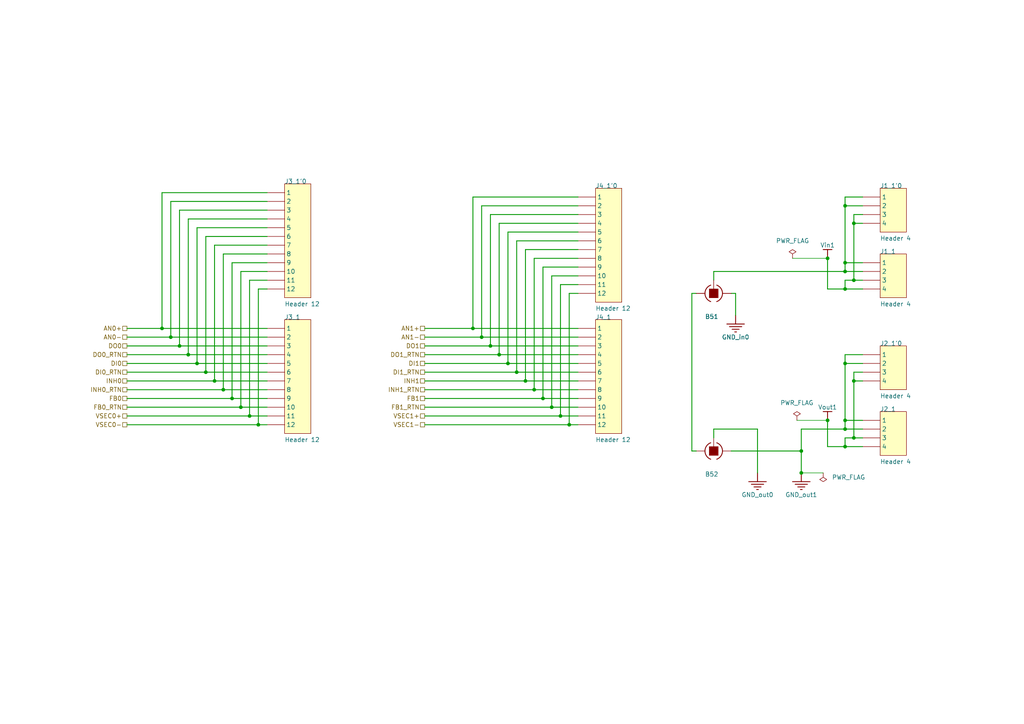
<source format=kicad_sch>
(kicad_sch (version 20211123) (generator eeschema)
  (paper "A4")
  (title_block (title "CAT-Modular Breadboard Breakout Board") (date "16.12.2021") (rev "0.1") (company "DLR e.V. Robert-Hooke Str. 7 28359 Bremen") (comment 1 "C. Strowik"))
  (lib_symbols
    (symbol "02_CAT-BB-LCL-altium-import:0_0603_TripleSolderBridge"
      (property "Value" "0_0603_TripleSolderBridge" (at 0 0 0))
      (symbol "0_0603_TripleSolderBridge_1_0"
        (arc (start -0.8687 2.3868) (mid -2.54 0) (end -0.8687 -2.3868) (stroke (width 0.254)))
        (arc (start 0.8687 -2.3868) (mid 2.54 0) (end 0.8687 2.3868) (stroke (width 0.254)))
        (rectangle (start 1.27 1.27) (end -1.27 -1.27) (fill (type outline)))
        (pin passive line (at 0 3.81 270) (length 2.54) (name "1") (number "1"))
        (pin passive line (at 5.08 0 180) (length 2.54) (name "2") (number "2"))
        (pin passive line (at -5.08 0 0) (length 2.54) (name "3") (number "3"))
      )
    )
    (symbol "02_CAT-BB-LCL-altium-import:0_Header 12"
      (property "Value" "0_Header 12" (at 0 0 0))
      (symbol "0_Header 12_1_0"
        (rectangle (start 7.62 0) (end 0 -33.02) (fill (type background)))
        (pin passive line (at -5.08 -2.54 0) (length 5.08) (name "1") (number "1"))
        (pin passive line (at -5.08 -25.4 0) (length 5.08) (name "10") (number "10"))
        (pin passive line (at -5.08 -27.94 0) (length 5.08) (name "11") (number "11"))
        (pin passive line (at -5.08 -30.48 0) (length 5.08) (name "12") (number "12"))
        (pin passive line (at -5.08 -5.08 0) (length 5.08) (name "2") (number "2"))
        (pin passive line (at -5.08 -7.62 0) (length 5.08) (name "3") (number "3"))
        (pin passive line (at -5.08 -10.16 0) (length 5.08) (name "4") (number "4"))
        (pin passive line (at -5.08 -12.7 0) (length 5.08) (name "5") (number "5"))
        (pin passive line (at -5.08 -15.24 0) (length 5.08) (name "6") (number "6"))
        (pin passive line (at -5.08 -17.78 0) (length 5.08) (name "7") (number "7"))
        (pin passive line (at -5.08 -20.32 0) (length 5.08) (name "8") (number "8"))
        (pin passive line (at -5.08 -22.86 0) (length 5.08) (name "9") (number "9"))
      )
    )
    (symbol "02_CAT-BB-LCL-altium-import:0_Header 4"
      (property "Value" "0_Header 4" (at 0 0 0))
      (symbol "0_Header 4_1_0"
        (rectangle (start 7.62 0) (end 0 -12.7) (fill (type background)))
        (pin passive line (at -5.08 -2.54 0) (length 5.08) (name "1") (number "1"))
        (pin passive line (at -5.08 -5.08 0) (length 5.08) (name "2") (number "2"))
        (pin passive line (at -5.08 -7.62 0) (length 5.08) (name "3") (number "3"))
        (pin passive line (at -5.08 -10.16 0) (length 5.08) (name "4") (number "4"))
      )
    )
    (symbol "02_CAT-BB-LCL-altium-import:GND_in0" (power)
      (property "Reference" "#PWR" (at 0 0 0))
      (property "Value" "GND_in0" (at 0 6.35 0))
      (symbol "GND_in0_0_0"
        (polyline (pts (xy -2.54 -2.54) (xy 2.54 -2.54)) (stroke (width 0.254)))
        (polyline (pts (xy -1.778 -3.302) (xy 1.778 -3.302)) (stroke (width 0.254)))
        (polyline (pts (xy -1.016 -4.064) (xy 1.016 -4.064)) (stroke (width 0.254)))
        (polyline (pts (xy -0.254 -4.826) (xy 0.254 -4.826)) (stroke (width 0.254)))
        (polyline (pts (xy 0 0) (xy 0 -2.54)) (stroke (width 0.254)))
        (pin power_in line (at 0 0 0) (length 0) hide (name "GND_in0") (number ""))
      )
    )
    (symbol "02_CAT-BB-LCL-altium-import:GND_out0" (power)
      (property "Reference" "#PWR" (at 0 0 0))
      (property "Value" "GND_out0" (at 0 6.35 0))
      (symbol "GND_out0_0_0"
        (polyline (pts (xy -2.54 -2.54) (xy 2.54 -2.54)) (stroke (width 0.254)))
        (polyline (pts (xy -1.778 -3.302) (xy 1.778 -3.302)) (stroke (width 0.254)))
        (polyline (pts (xy -1.016 -4.064) (xy 1.016 -4.064)) (stroke (width 0.254)))
        (polyline (pts (xy -0.254 -4.826) (xy 0.254 -4.826)) (stroke (width 0.254)))
        (polyline (pts (xy 0 0) (xy 0 -2.54)) (stroke (width 0.254)))
        (pin power_in line (at 0 0 0) (length 0) hide (name "GND_out0") (number ""))
      )
    )
    (symbol "02_CAT-BB-LCL-altium-import:GND_out1" (power)
      (property "Reference" "#PWR" (at 0 0 0))
      (property "Value" "GND_out1" (at 0 6.35 0))
      (symbol "GND_out1_0_0"
        (polyline (pts (xy -2.54 -2.54) (xy 2.54 -2.54)) (stroke (width 0.254)))
        (polyline (pts (xy -1.778 -3.302) (xy 1.778 -3.302)) (stroke (width 0.254)))
        (polyline (pts (xy -1.016 -4.064) (xy 1.016 -4.064)) (stroke (width 0.254)))
        (polyline (pts (xy -0.254 -4.826) (xy 0.254 -4.826)) (stroke (width 0.254)))
        (polyline (pts (xy 0 0) (xy 0 -2.54)) (stroke (width 0.254)))
        (pin power_in line (at 0 0 0) (length 0) hide (name "GND_out1") (number ""))
      )
    )
    (symbol "02_CAT-BB-LCL-altium-import:Vin1" (power)
      (property "Reference" "#PWR" (at 0 0 0))
      (property "Value" "Vin1" (at 0 3.81 0))
      (symbol "Vin1_0_0"
        (polyline (pts (xy -1.27 -2.54) (xy 1.27 -2.54)) (stroke (width 0.254)))
        (polyline (pts (xy 0 0) (xy 0 -2.54)) (stroke (width 0.254)))
        (pin power_in line (at 0 0 0) (length 0) hide (name "Vin1") (number ""))
      )
    )
    (symbol "02_CAT-BB-LCL-altium-import:Vout1" (power)
      (property "Reference" "#PWR" (at 0 0 0))
      (property "Value" "Vout1" (at 0 3.81 0))
      (symbol "Vout1_0_0"
        (polyline (pts (xy -1.27 -2.54) (xy 1.27 -2.54)) (stroke (width 0.254)))
        (polyline (pts (xy 0 0) (xy 0 -2.54)) (stroke (width 0.254)))
        (pin power_in line (at 0 0 0) (length 0) hide (name "Vout1") (number ""))
      )
    )
    (symbol "power:PWR_FLAG" (power) (pin_numbers hide) (pin_names (offset 0) hide)
      (property "Value" "PWR_FLAG" (at 0 3.81 0))
      (symbol "PWR_FLAG_0_0"
        (pin power_out line (at 0 0 90) (length 0) (name "pwr") (number "1"))
      )
      (symbol "PWR_FLAG_0_1"
        (polyline (pts (xy 0 0) (xy 0 1.27) (xy -1.016 1.905) (xy 0 2.54) (xy 1.016 1.905) (xy 0 1.27)))
      )
    )
  )
  (junction (at 57.15 105.41))
  (junction (at 247.65 127))
  (junction (at 149.86 107.95))
  (junction (at 59.69 107.95))
  (junction (at 62.23 110.49))
  (junction (at 139.7 97.79))
  (junction (at 165.1 123.19))
  (junction (at 52.07 100.33))
  (junction (at 157.48 115.57))
  (junction (at 245.11 124.46))
  (junction (at 247.65 110.49))
  (junction (at 142.24 100.33))
  (junction (at 160.02 118.11))
  (junction (at 247.65 64.77))
  (junction (at 46.99 95.25))
  (junction (at 232.41 137.16))
  (junction (at 152.4 110.49))
  (junction (at 162.56 120.65))
  (junction (at 232.41 130.81))
  (junction (at 247.65 81.28))
  (junction (at 74.93 123.19))
  (junction (at 49.53 97.79))
  (junction (at 54.61 102.87))
  (junction (at 72.39 120.65))
  (junction (at 245.11 129.54))
  (junction (at 137.16 95.25))
  (junction (at 245.11 59.69))
  (junction (at 69.85 118.11))
  (junction (at 245.11 76.2))
  (junction (at 64.77 113.03))
  (junction (at 240.03 74.93))
  (junction (at 240.03 121.92))
  (junction (at 67.31 115.57))
  (junction (at 245.11 121.92))
  (junction (at 154.94 113.03))
  (junction (at 147.32 105.41))
  (junction (at 245.11 105.41))
  (junction (at 245.11 83.82))
  (junction (at 144.78 102.87))
  (junction (at 245.11 78.74))
  (wire (pts (xy 57.15 66.04) (xy 57.15 105.41)) (stroke (width 0.254)))
  (wire (pts (xy 46.99 55.88) (xy 46.99 95.25)) (stroke (width 0.254)))
  (wire (pts (xy 52.07 100.33) (xy 36.83 100.33)) (stroke (width 0.254)))
  (wire (pts (xy 69.85 118.11) (xy 36.83 118.11)) (stroke (width 0.254)))
  (wire (pts (xy 67.31 115.57) (xy 36.83 115.57)) (stroke (width 0.254)))
  (wire (pts (xy 142.24 62.23) (xy 142.24 100.33)) (stroke (width 0.254)))
  (wire (pts (xy 167.64 107.95) (xy 149.86 107.95)) (stroke (width 0.254)))
  (wire (pts (xy 72.39 81.28) (xy 72.39 120.65)) (stroke (width 0.254)))
  (wire (pts (xy 247.65 64.77) (xy 247.65 81.28)) (stroke (width 0.254)))
  (wire (pts (xy 144.78 102.87) (xy 123.19 102.87)) (stroke (width 0.254)))
  (wire (pts (xy 245.11 105.41) (xy 245.11 121.92)) (stroke (width 0.254)))
  (wire (pts (xy 245.11 121.92) (xy 245.11 124.46)) (stroke (width 0.254)))
  (wire (pts (xy 157.48 115.57) (xy 123.19 115.57)) (stroke (width 0.254)))
  (wire (pts (xy 139.7 59.69) (xy 139.7 97.79)) (stroke (width 0.254)))
  (wire (pts (xy 207.01 81.28) (xy 207.01 78.74)) (stroke (width 0.254)))
  (wire (pts (xy 62.23 110.49) (xy 36.83 110.49)) (stroke (width 0.254)))
  (wire (pts (xy 77.47 123.19) (xy 74.93 123.19)) (stroke (width 0.254)))
  (wire (pts (xy 49.53 58.42) (xy 49.53 97.79)) (stroke (width 0.254)))
  (wire (pts (xy 167.64 100.33) (xy 142.24 100.33)) (stroke (width 0.254)))
  (wire (pts (xy 49.53 97.79) (xy 36.83 97.79)) (stroke (width 0.254)))
  (wire (pts (xy 46.99 95.25) (xy 36.83 95.25)) (stroke (width 0.254)))
  (wire (pts (xy 77.47 68.58) (xy 59.69 68.58)) (stroke (width 0.254)))
  (wire (pts (xy 147.32 67.31) (xy 147.32 105.41)) (stroke (width 0.254)))
  (wire (pts (xy 167.64 113.03) (xy 154.94 113.03)) (stroke (width 0.254)))
  (wire (pts (xy 250.19 102.87) (xy 245.11 102.87)) (stroke (width 0.254)))
  (wire (pts (xy 165.1 123.19) (xy 123.19 123.19)) (stroke (width 0.254)))
  (wire (pts (xy 250.19 81.28) (xy 247.65 81.28)) (stroke (width 0.254)))
  (wire (pts (xy 232.41 137.16) (xy 238.76 137.16)))
  (wire (pts (xy 250.19 62.23) (xy 247.65 62.23)) (stroke (width 0.254)))
  (wire (pts (xy 245.11 102.87) (xy 245.11 105.41)) (stroke (width 0.254)))
  (wire (pts (xy 77.47 58.42) (xy 49.53 58.42)) (stroke (width 0.254)))
  (wire (pts (xy 64.77 113.03) (xy 36.83 113.03)) (stroke (width 0.254)))
  (wire (pts (xy 77.47 78.74) (xy 69.85 78.74)) (stroke (width 0.254)))
  (wire (pts (xy 137.16 95.25) (xy 123.19 95.25)) (stroke (width 0.254)))
  (wire (pts (xy 232.41 137.16) (xy 232.41 130.81)) (stroke (width 0.254)))
  (wire (pts (xy 149.86 107.95) (xy 123.19 107.95)) (stroke (width 0.254)))
  (wire (pts (xy 77.47 83.82) (xy 74.93 83.82)) (stroke (width 0.254)))
  (wire (pts (xy 77.47 110.49) (xy 62.23 110.49)) (stroke (width 0.254)))
  (wire (pts (xy 154.94 113.03) (xy 123.19 113.03)) (stroke (width 0.254)))
  (wire (pts (xy 77.47 63.5) (xy 54.61 63.5)) (stroke (width 0.254)))
  (wire (pts (xy 77.47 66.04) (xy 57.15 66.04)) (stroke (width 0.254)))
  (wire (pts (xy 250.19 105.41) (xy 245.11 105.41)) (stroke (width 0.254)))
  (wire (pts (xy 54.61 63.5) (xy 54.61 102.87)) (stroke (width 0.254)))
  (wire (pts (xy 137.16 57.15) (xy 137.16 95.25)) (stroke (width 0.254)))
  (wire (pts (xy 167.64 77.47) (xy 157.48 77.47)) (stroke (width 0.254)))
  (wire (pts (xy 77.47 102.87) (xy 54.61 102.87)) (stroke (width 0.254)))
  (wire (pts (xy 250.19 64.77) (xy 247.65 64.77)) (stroke (width 0.254)))
  (wire (pts (xy 59.69 107.95) (xy 36.83 107.95)) (stroke (width 0.254)))
  (wire (pts (xy 240.03 83.82) (xy 240.03 74.93)) (stroke (width 0.254)))
  (wire (pts (xy 247.65 81.28) (xy 245.11 81.28)) (stroke (width 0.254)))
  (wire (pts (xy 147.32 105.41) (xy 123.19 105.41)) (stroke (width 0.254)))
  (wire (pts (xy 74.93 83.82) (xy 74.93 123.19)) (stroke (width 0.254)))
  (wire (pts (xy 167.64 64.77) (xy 144.78 64.77)) (stroke (width 0.254)))
  (wire (pts (xy 167.64 62.23) (xy 142.24 62.23)) (stroke (width 0.254)))
  (wire (pts (xy 167.64 110.49) (xy 152.4 110.49)) (stroke (width 0.254)))
  (wire (pts (xy 77.47 81.28) (xy 72.39 81.28)) (stroke (width 0.254)))
  (wire (pts (xy 247.65 107.95) (xy 247.65 110.49)) (stroke (width 0.254)))
  (wire (pts (xy 167.64 74.93) (xy 154.94 74.93)) (stroke (width 0.254)))
  (wire (pts (xy 167.64 85.09) (xy 165.1 85.09)) (stroke (width 0.254)))
  (wire (pts (xy 247.65 110.49) (xy 247.65 127)) (stroke (width 0.254)))
  (wire (pts (xy 245.11 78.74) (xy 250.19 78.74)) (stroke (width 0.254)))
  (wire (pts (xy 250.19 124.46) (xy 245.11 124.46)) (stroke (width 0.254)))
  (wire (pts (xy 200.66 130.81) (xy 201.93 130.81)) (stroke (width 0.254)))
  (wire (pts (xy 207.01 127) (xy 207.01 124.46)) (stroke (width 0.254)))
  (wire (pts (xy 167.64 67.31) (xy 147.32 67.31)) (stroke (width 0.254)))
  (wire (pts (xy 200.66 85.09) (xy 200.66 130.81)) (stroke (width 0.254)))
  (wire (pts (xy 250.19 57.15) (xy 245.11 57.15)) (stroke (width 0.254)))
  (wire (pts (xy 240.03 129.54) (xy 240.03 121.92)) (stroke (width 0.254)))
  (wire (pts (xy 77.47 118.11) (xy 69.85 118.11)) (stroke (width 0.254)))
  (wire (pts (xy 144.78 64.77) (xy 144.78 102.87)) (stroke (width 0.254)))
  (wire (pts (xy 74.93 123.19) (xy 36.83 123.19)) (stroke (width 0.254)))
  (wire (pts (xy 167.64 95.25) (xy 137.16 95.25)) (stroke (width 0.254)))
  (wire (pts (xy 212.09 85.09) (xy 213.36 85.09)) (stroke (width 0.254)))
  (wire (pts (xy 72.39 120.65) (xy 36.83 120.65)) (stroke (width 0.254)))
  (wire (pts (xy 250.19 107.95) (xy 247.65 107.95)) (stroke (width 0.254)))
  (wire (pts (xy 167.64 69.85) (xy 149.86 69.85)) (stroke (width 0.254)))
  (wire (pts (xy 77.47 55.88) (xy 46.99 55.88)) (stroke (width 0.254)))
  (wire (pts (xy 77.47 107.95) (xy 59.69 107.95)) (stroke (width 0.254)))
  (wire (pts (xy 154.94 74.93) (xy 154.94 113.03)) (stroke (width 0.254)))
  (wire (pts (xy 67.31 76.2) (xy 67.31 115.57)) (stroke (width 0.254)))
  (wire (pts (xy 52.07 60.96) (xy 52.07 100.33)) (stroke (width 0.254)))
  (wire (pts (xy 245.11 59.69) (xy 245.11 76.2)) (stroke (width 0.254)))
  (wire (pts (xy 250.19 76.2) (xy 245.11 76.2)) (stroke (width 0.254)))
  (wire (pts (xy 207.01 78.74) (xy 245.11 78.74)) (stroke (width 0.254)))
  (wire (pts (xy 245.11 124.46) (xy 232.41 124.46)) (stroke (width 0.254)))
  (wire (pts (xy 250.19 127) (xy 247.65 127)) (stroke (width 0.254)))
  (wire (pts (xy 77.47 76.2) (xy 67.31 76.2)) (stroke (width 0.254)))
  (wire (pts (xy 149.86 69.85) (xy 149.86 107.95)) (stroke (width 0.254)))
  (wire (pts (xy 219.71 124.46) (xy 219.71 137.16)) (stroke (width 0.254)))
  (wire (pts (xy 77.47 60.96) (xy 52.07 60.96)) (stroke (width 0.254)))
  (wire (pts (xy 250.19 110.49) (xy 247.65 110.49)) (stroke (width 0.254)))
  (wire (pts (xy 250.19 59.69) (xy 245.11 59.69)) (stroke (width 0.254)))
  (wire (pts (xy 167.64 118.11) (xy 160.02 118.11)) (stroke (width 0.254)))
  (wire (pts (xy 245.11 129.54) (xy 240.03 129.54)) (stroke (width 0.254)))
  (wire (pts (xy 247.65 127) (xy 245.11 127)) (stroke (width 0.254)))
  (wire (pts (xy 207.01 124.46) (xy 219.71 124.46)) (stroke (width 0.254)))
  (wire (pts (xy 152.4 72.39) (xy 152.4 110.49)) (stroke (width 0.254)))
  (wire (pts (xy 167.64 57.15) (xy 137.16 57.15)) (stroke (width 0.254)))
  (wire (pts (xy 167.64 123.19) (xy 165.1 123.19)) (stroke (width 0.254)))
  (wire (pts (xy 162.56 82.55) (xy 162.56 120.65)) (stroke (width 0.254)))
  (wire (pts (xy 247.65 62.23) (xy 247.65 64.77)) (stroke (width 0.254)))
  (wire (pts (xy 77.47 105.41) (xy 57.15 105.41)) (stroke (width 0.254)))
  (wire (pts (xy 160.02 80.01) (xy 160.02 118.11)) (stroke (width 0.254)))
  (wire (pts (xy 232.41 124.46) (xy 232.41 130.81)) (stroke (width 0.254)))
  (wire (pts (xy 167.64 82.55) (xy 162.56 82.55)) (stroke (width 0.254)))
  (wire (pts (xy 167.64 120.65) (xy 162.56 120.65)) (stroke (width 0.254)))
  (wire (pts (xy 245.11 76.2) (xy 245.11 78.74)) (stroke (width 0.254)))
  (wire (pts (xy 77.47 95.25) (xy 46.99 95.25)) (stroke (width 0.254)))
  (wire (pts (xy 77.47 113.03) (xy 64.77 113.03)) (stroke (width 0.254)))
  (wire (pts (xy 77.47 71.12) (xy 62.23 71.12)) (stroke (width 0.254)))
  (wire (pts (xy 232.41 130.81) (xy 212.09 130.81)) (stroke (width 0.254)))
  (wire (pts (xy 77.47 100.33) (xy 52.07 100.33)) (stroke (width 0.254)))
  (wire (pts (xy 229.87 74.93) (xy 240.03 74.93)))
  (wire (pts (xy 167.64 80.01) (xy 160.02 80.01)) (stroke (width 0.254)))
  (wire (pts (xy 62.23 71.12) (xy 62.23 110.49)) (stroke (width 0.254)))
  (wire (pts (xy 57.15 105.41) (xy 36.83 105.41)) (stroke (width 0.254)))
  (wire (pts (xy 167.64 102.87) (xy 144.78 102.87)) (stroke (width 0.254)))
  (wire (pts (xy 162.56 120.65) (xy 123.19 120.65)) (stroke (width 0.254)))
  (wire (pts (xy 167.64 97.79) (xy 139.7 97.79)) (stroke (width 0.254)))
  (wire (pts (xy 69.85 78.74) (xy 69.85 118.11)) (stroke (width 0.254)))
  (wire (pts (xy 245.11 83.82) (xy 240.03 83.82)) (stroke (width 0.254)))
  (wire (pts (xy 231.14 121.92) (xy 240.03 121.92)))
  (wire (pts (xy 250.19 121.92) (xy 245.11 121.92)) (stroke (width 0.254)))
  (wire (pts (xy 152.4 110.49) (xy 123.19 110.49)) (stroke (width 0.254)))
  (wire (pts (xy 77.47 120.65) (xy 72.39 120.65)) (stroke (width 0.254)))
  (wire (pts (xy 167.64 59.69) (xy 139.7 59.69)) (stroke (width 0.254)))
  (wire (pts (xy 245.11 127) (xy 245.11 129.54)) (stroke (width 0.254)))
  (wire (pts (xy 77.47 73.66) (xy 64.77 73.66)) (stroke (width 0.254)))
  (wire (pts (xy 142.24 100.33) (xy 123.19 100.33)) (stroke (width 0.254)))
  (wire (pts (xy 77.47 115.57) (xy 67.31 115.57)) (stroke (width 0.254)))
  (wire (pts (xy 245.11 81.28) (xy 245.11 83.82)) (stroke (width 0.254)))
  (wire (pts (xy 157.48 77.47) (xy 157.48 115.57)) (stroke (width 0.254)))
  (wire (pts (xy 250.19 129.54) (xy 245.11 129.54)) (stroke (width 0.254)))
  (wire (pts (xy 213.36 85.09) (xy 213.36 91.44)) (stroke (width 0.254)))
  (wire (pts (xy 54.61 102.87) (xy 36.83 102.87)) (stroke (width 0.254)))
  (wire (pts (xy 250.19 83.82) (xy 245.11 83.82)) (stroke (width 0.254)))
  (wire (pts (xy 64.77 73.66) (xy 64.77 113.03)) (stroke (width 0.254)))
  (wire (pts (xy 245.11 57.15) (xy 245.11 59.69)) (stroke (width 0.254)))
  (wire (pts (xy 167.64 115.57) (xy 157.48 115.57)) (stroke (width 0.254)))
  (wire (pts (xy 139.7 97.79) (xy 123.19 97.79)) (stroke (width 0.254)))
  (wire (pts (xy 201.93 85.09) (xy 200.66 85.09)) (stroke (width 0.254)))
  (wire (pts (xy 167.64 105.41) (xy 147.32 105.41)) (stroke (width 0.254)))
  (wire (pts (xy 167.64 72.39) (xy 152.4 72.39)) (stroke (width 0.254)))
  (wire (pts (xy 59.69 68.58) (xy 59.69 107.95)) (stroke (width 0.254)))
  (wire (pts (xy 165.1 85.09) (xy 165.1 123.19)) (stroke (width 0.254)))
  (wire (pts (xy 160.02 118.11) (xy 123.19 118.11)) (stroke (width 0.254)))
  (wire (pts (xy 77.47 97.79) (xy 49.53 97.79)) (stroke (width 0.254)))
  (hierarchical_label "FB1_RTN" (shape passive) (at 123.19 118.11 180))
  (hierarchical_label "VSEC1-" (shape passive) (at 123.19 123.19 180))
  (hierarchical_label "VSEC1+" (shape passive) (at 123.19 120.65 180))
  (hierarchical_label "VSEC0+" (shape passive) (at 36.83 120.65 180))
  (hierarchical_label "AN1-" (shape passive) (at 123.19 97.79 180))
  (hierarchical_label "DO1" (shape passive) (at 123.19 100.33 180))
  (hierarchical_label "AN0+" (shape passive) (at 36.83 95.25 180))
  (hierarchical_label "INH1" (shape passive) (at 123.19 110.49 180))
  (hierarchical_label "DI0_RTN" (shape passive) (at 36.83 107.95 180))
  (hierarchical_label "DO0" (shape passive) (at 36.83 100.33 180))
  (hierarchical_label "FB1" (shape passive) (at 123.19 115.57 180))
  (hierarchical_label "FB0_RTN" (shape passive) (at 36.83 118.11 180))
  (hierarchical_label "INH1_RTN" (shape passive) (at 123.19 113.03 180))
  (hierarchical_label "DO0_RTN" (shape passive) (at 36.83 102.87 180))
  (hierarchical_label "INH0" (shape passive) (at 36.83 110.49 180))
  (hierarchical_label "DI1_RTN" (shape passive) (at 123.19 107.95 180))
  (hierarchical_label "AN1+" (shape passive) (at 123.19 95.25 180))
  (hierarchical_label "AN0-" (shape passive) (at 36.83 97.79 180))
  (hierarchical_label "FB0" (shape passive) (at 36.83 115.57 180))
  (hierarchical_label "INH0_RTN" (shape passive) (at 36.83 113.03 180))
  (hierarchical_label "DI1" (shape passive) (at 123.19 105.41 180))
  (hierarchical_label "VSEC0-" (shape passive) (at 36.83 123.19 180))
  (hierarchical_label "DI0" (shape passive) (at 36.83 105.41 180))
  (hierarchical_label "DO1_RTN" (shape passive) (at 123.19 102.87 180))
  (symbol (lib_id "02_CAT-BB-LCL-altium-import:Vout1") (at 240.03 121.92 180) (unit 1)
    (property "Reference" "#PWR012" (effects hide))
    (property "Value" "Vout1" (at 240.03 118.11 0))
  )
  (symbol (lib_id "02_CAT-BB-LCL-altium-import:Vin1") (at 240.03 74.93 180) (unit 1)
    (property "Reference" "#PWR011" (effects hide))
    (property "Value" "Vin1" (at 240.03 71.12 0))
  )
  (symbol (lib_id "02_CAT-BB-LCL-altium-import:0_Header 4") (at 255.27 119.38 0) (unit 1)
    (property "Reference" "J2_1" (at 255.27 119.38 0) (effects (justify left bottom)))
    (property "Value" "Header 4" (at 255.27 134.62 0) (effects (justify left bottom)))
    (property "Footprint" "Connector_PinHeader_2.54mm:PinHeader_1x04_P2.54mm_Vertical" (effects hide))
    (property "LATESTREVISIONDATE" "17-Jul-2002" (effects hide))
    (property "LATESTREVISIONNOTE" "Re-released for DXP Platform." (effects hide))
    (property "PUBLISHER" "Altium Limited" (effects hide))
  )
  (symbol (lib_id "02_CAT-BB-LCL-altium-import:0_Header 12") (at 82.55 92.71 0) (unit 1)
    (property "Reference" "J3_1" (at 82.55 92.71 0) (effects (justify left bottom)))
    (property "Value" "Header 12" (at 82.55 128.27 0) (effects (justify left bottom)))
    (property "Footprint" "Connector_PinHeader_2.54mm:PinHeader_1x12_P2.54mm_Vertical" (effects hide))
    (property "LATESTREVISIONDATE" "17-Jul-2002" (effects hide))
    (property "LATESTREVISIONNOTE" "Re-released for DXP Platform." (effects hide))
    (property "PUBLISHER" "Altium Limited" (effects hide))
  )
  (symbol (lib_id "power:PWR_FLAG") (at 229.87 74.93 0) (unit 1)
    (property "Reference" "#FLG0107" (effects hide))
    (property "Value" "PWR_FLAG" (at 229.87 69.85 0))
  )
  (symbol (lib_id "02_CAT-BB-LCL-altium-import:0_Header 4") (at 255.27 54.61 0) (unit 1)
    (property "Reference" "J1_1'0" (at 255.27 54.61 0) (effects (justify left bottom)))
    (property "Value" "Header 4" (at 255.27 69.85 0) (effects (justify left bottom)))
    (property "Footprint" "Connector_PinHeader_2.54mm:PinHeader_1x04_P2.54mm_Vertical" (effects hide))
    (property "LATESTREVISIONDATE" "17-Jul-2002" (effects hide))
    (property "LATESTREVISIONNOTE" "Re-released for DXP Platform." (effects hide))
    (property "PUBLISHER" "Altium Limited" (effects hide))
  )
  (symbol (lib_id "power:PWR_FLAG") (at 231.14 121.92 0) (unit 1)
    (property "Reference" "#FLG0106" (effects hide))
    (property "Value" "PWR_FLAG" (at 231.14 116.84 0))
  )
  (symbol (lib_id "02_CAT-BB-LCL-altium-import:0_Header 4") (at 255.27 73.66 0) (unit 1)
    (property "Reference" "J1_1" (at 255.27 73.66 0) (effects (justify left bottom)))
    (property "Value" "Header 4" (at 255.27 88.9 0) (effects (justify left bottom)))
    (property "Footprint" "Connector_PinHeader_2.54mm:PinHeader_1x04_P2.54mm_Vertical" (effects hide))
    (property "LATESTREVISIONDATE" "17-Jul-2002" (effects hide))
    (property "LATESTREVISIONNOTE" "Re-released for DXP Platform." (effects hide))
    (property "PUBLISHER" "Altium Limited" (effects hide))
  )
  (symbol (lib_id "02_CAT-BB-LCL-altium-import:GND_in0") (at 213.36 91.44 0) (unit 1)
    (property "Reference" "#PWR08" (effects hide))
    (property "Value" "GND_in0" (at 213.36 97.79 0))
  )
  (symbol (lib_id "power:PWR_FLAG") (at 238.76 137.16 180) (unit 1)
    (property "Reference" "#FLG0105" (effects hide))
    (property "Value" "PWR_FLAG" (at 241.3 138.4299 0) (effects (justify right)))
  )
  (symbol (lib_id "02_CAT-BB-LCL-altium-import:GND_out0") (at 219.71 137.16 0) (unit 1)
    (property "Reference" "#PWR09" (effects hide))
    (property "Value" "GND_out0" (at 219.71 143.51 0))
  )
  (symbol (lib_id "02_CAT-BB-LCL-altium-import:GND_out1") (at 232.41 137.16 0) (unit 1)
    (property "Reference" "#PWR010" (effects hide))
    (property "Value" "GND_out1" (at 232.41 143.51 0))
  )
  (symbol (lib_id "02_CAT-BB-LCL-altium-import:0_Header 12") (at 82.55 53.34 0) (unit 1)
    (property "Reference" "J3_1'0" (at 82.55 53.34 0) (effects (justify left bottom)))
    (property "Value" "Header 12" (at 82.55 88.9 0) (effects (justify left bottom)))
    (property "Footprint" "Connector_PinHeader_2.54mm:PinHeader_1x12_P2.54mm_Vertical" (effects hide))
    (property "LATESTREVISIONDATE" "17-Jul-2002" (effects hide))
    (property "LATESTREVISIONNOTE" "Re-released for DXP Platform." (effects hide))
    (property "PUBLISHER" "Altium Limited" (effects hide))
  )
  (symbol (lib_id "02_CAT-BB-LCL-altium-import:0_0603_TripleSolderBridge") (at 207.01 130.81 0) (unit 1)
    (property "Reference" "B52" (at 204.47 138.2769 0) (effects (justify left bottom)))
    (property "Value" "0603_TripleSolderBridge" (effects hide))
    (property "Footprint" "footprints:0603_TripleSolderBridge" (effects hide))
  )
  (symbol (lib_id "02_CAT-BB-LCL-altium-import:0_0603_TripleSolderBridge") (at 207.01 85.09 0) (unit 1)
    (property "Reference" "B51" (at 204.47 92.5569 0) (effects (justify left bottom)))
    (property "Value" "0603_TripleSolderBridge" (effects hide))
    (property "Footprint" "footprints:0603_TripleSolderBridge" (effects hide))
  )
  (symbol (lib_id "02_CAT-BB-LCL-altium-import:0_Header 12") (at 172.72 92.71 0) (unit 1)
    (property "Reference" "J4_1" (at 172.72 92.71 0) (effects (justify left bottom)))
    (property "Value" "Header 12" (at 172.72 128.27 0) (effects (justify left bottom)))
    (property "Footprint" "Connector_PinHeader_2.54mm:PinHeader_1x12_P2.54mm_Vertical" (effects hide))
    (property "LATESTREVISIONDATE" "17-Jul-2002" (effects hide))
    (property "LATESTREVISIONNOTE" "Re-released for DXP Platform." (effects hide))
    (property "PUBLISHER" "Altium Limited" (effects hide))
  )
  (symbol (lib_id "02_CAT-BB-LCL-altium-import:0_Header 4") (at 255.27 100.33 0) (unit 1)
    (property "Reference" "J2_1'0" (at 255.27 100.33 0) (effects (justify left bottom)))
    (property "Value" "Header 4" (at 255.27 115.57 0) (effects (justify left bottom)))
    (property "Footprint" "Connector_PinHeader_2.54mm:PinHeader_1x04_P2.54mm_Vertical" (effects hide))
    (property "LATESTREVISIONDATE" "17-Jul-2002" (effects hide))
    (property "LATESTREVISIONNOTE" "Re-released for DXP Platform." (effects hide))
    (property "PUBLISHER" "Altium Limited" (effects hide))
  )
  (symbol (lib_id "02_CAT-BB-LCL-altium-import:0_Header 12") (at 172.72 54.61 0) (unit 1)
    (property "Reference" "J4_1'0" (at 172.72 54.61 0) (effects (justify left bottom)))
    (property "Value" "Header 12" (at 172.72 90.17 0) (effects (justify left bottom)))
    (property "Footprint" "Connector_PinHeader_2.54mm:PinHeader_1x12_P2.54mm_Vertical" (effects hide))
    (property "LATESTREVISIONDATE" "17-Jul-2002" (effects hide))
    (property "LATESTREVISIONNOTE" "Re-released for DXP Platform." (effects hide))
    (property "PUBLISHER" "Altium Limited" (effects hide))
  )
)
</source>
